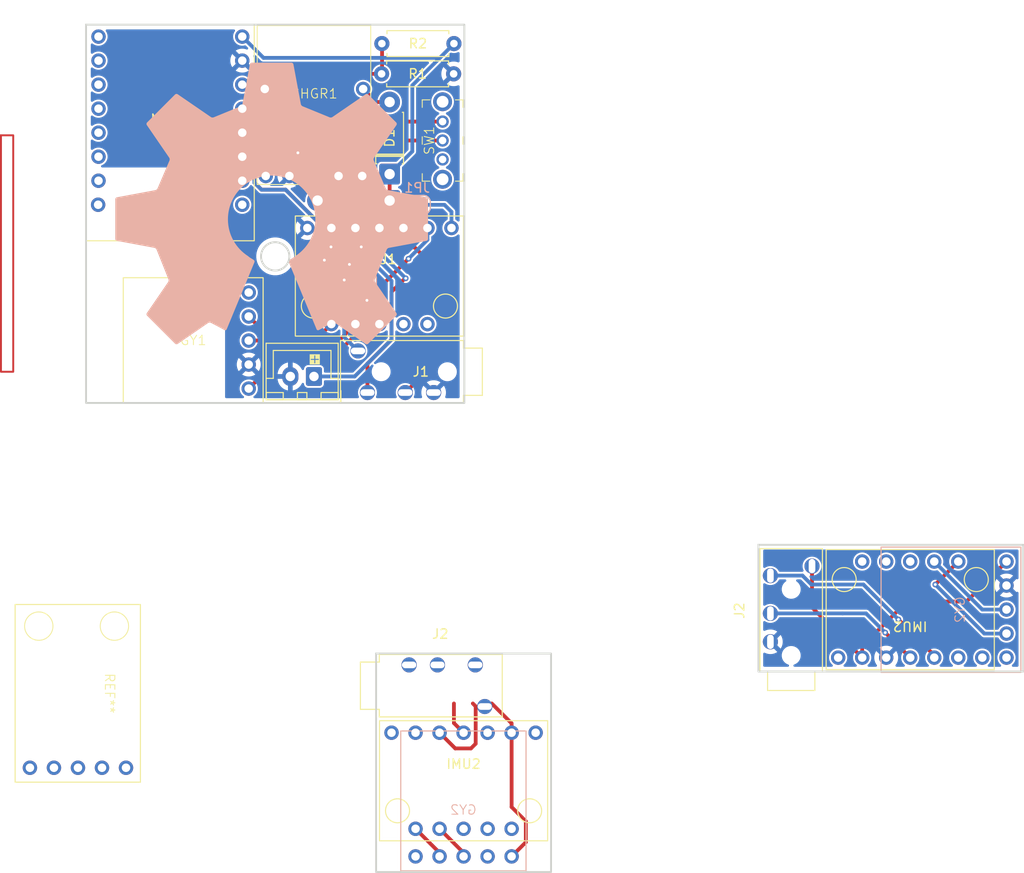
<source format=kicad_pcb>
(kicad_pcb (version 20241229) (generator "pcbnew") (generator_version "9.0")
  (layers (0 "F.Cu" signal) (2 "B.Cu" signal) (13 "F.Paste" user) (15 "B.Paste" user) (5 "F.SilkS" user "F.Silkscreen") (7 "B.SilkS" user "B.Silkscreen") (1 "F.Mask" user) (3 "B.Mask" user) (25 "Edge.Cuts" user))
  (net 0 "")
  (net 1 "SDA_1")
  (net 2 "ESP32_3V3")
  (net 3 "BATTERY_READER")
  (net 4 "ESP32_5V5")
  (net 5 "SCL_1")
  (net 6 "+BATT")
  (net 7 "GND")
  (net 9 "Net-(CHGR1-5_VIN)")
  (net 11 "Net-(D2-A)")
  (net 12 "Net-(GY1-SDA)")
  (net 14 "Net-(GY1-SCL)")
  (net 15 "Net-(GY1-VIN)")
  (net 16 "Net-(GY2-SDA)")
  (net 17 "Net-(GY2-SCL)")
  (net 20 "Net-(IMU1-VIN)")
  (footprint "My_Library:LX_LBES" (layer "F.Cu") (at 160.1 66.9 -90)
    (property "Reference" "CHGR1")
    (property "Value" "~")
  )
  (footprint "Espressif:ESP32-C3-SuperMini_PLUS" (layer "F.Cu") (at 138.896004 61.421392)
    (property "Reference" "MCU1")
    (property "Value" "~")
  )
  (footprint "My_Library:PJ-320A" (layer "F.Cu") (at 159.01 117.7)
    (property "Reference" "J2")
    (property "Value" "TRRS Connector 3.5")
  )
  (footprint "Diode_THT:D_DO-41_SOD81_P7.62mm_Horizontal" (layer "F.Cu") (at 162.1 65.8 90)
    (property "Reference" "D1")
    (property "Value" "D_1N5817 / 4.8v Zener?")
  )
  (footprint "Diode_THT:D_DO-41_SOD81_P7.62mm_Horizontal" (layer "F.Cu") (at 162.1 68.6 180)
    (property "Reference" "D2")
    (property "Value" "D_1N5817")
  )
  (footprint "My_Library:PJ-320A" (layer "F.Cu") (at 171.905 88.9 180)
    (property "Reference" "J1")
    (property "Value" "TRRS Connector 3.5")
  )
  (footprint "My_Library:SK12D07VG4" (layer "F.Cu") (at 167.7 62.25 90)
    (property "Reference" "SW1")
    (property "Value" "SW_SPDT")
  )
  (footprint "My_Library:GY-BMI160" (layer "F.Cu") (at 217.15 111.85 90)
    (property "Reference" "IMU2")
    (property "Value" "~")
  )
  (footprint "My_Library:PJ-320A" (layer "F.Cu") (at 202.365 120.405 90)
    (property "Reference" "J2")
    (property "Value" "TRRS Connector 3.5")
  )
  (footprint "Connector_JST:JST_XH_B2B-XH-A_1x02_P2.50mm_Vertical" (layer "F.Cu") (at 154.1 87.2 180)
    (property "Reference" "BT1" (hide yes))
    (property "Value" "Battery")
  )
  (footprint "My_Library:GY-271" (layer "F.Cu") (at 142.2 83.4 180)
    (property "Reference" "GY1")
    (property "Value" "~")
  )
  (footprint "My_Library:GY-BMI160" (layer "F.Cu") (at 169.92 129.95 -90)
    (property "Reference" "IMU2")
    (property "Value" "~")
  )
  (footprint "My_Library:GY-273" (layer "F.Cu") (at 129 120.6 -90)
    (property "Reference" "REF**")
    (property "Value" "GY-273")
  )
  (footprint "My_Library:GY-BMI160" (layer "F.Cu") (at 161.02 76.58 -90)
    (property "Reference" "IMU1")
    (property "Value" "~")
  )
  (footprint "Resistor_THT:R_Axial_DIN0207_L6.3mm_D2.5mm_P7.62mm_Horizontal" (layer "F.Cu") (at 168.87 55.2 180)
    (property "Reference" "R1")
    (property "Value" "200K")
  )
  (footprint "Resistor_THT:R_Axial_DIN0207_L6.3mm_D2.5mm_P7.62mm_Horizontal" (layer "F.Cu") (at 161.28 52)
    (property "Reference" "R2")
    (property "Value" "200K")
  )
  (footprint "My_Library:GY-271" (layer "B.Cu") (at 222.33 111.847078 180)
    (property "Reference" "GY2")
    (property "Value" "~")
  )
  (footprint "Jumper:SolderJumper-2_P1.3mm_Open_RoundedPad1.0x1.5mm" (layer "B.Cu") (at 165 69.05 180)
    (property "Reference" "JP1")
    (property "Value" "5v in")
  )
  (footprint "Jumper:SolderJumper-2_P1.3mm_Bridged_RoundedPad1.0x1.5mm" (layer "B.Cu") (at 159.7 77.5 -90)
    (property "Reference" "JP2")
    (property "Value" "3v3 in")
  )
  (footprint "My_Library:GY-271" (layer "B.Cu") (at 169.92 132.95 90)
    (property "Reference" "GY2")
    (property "Value" "~")
  )
  (gr_rect (start 121 61.7) (end 122.3 86.7) (stroke (width 0.2)) (fill no) (layer "F.Cu"))
  (gr_poly (pts (xy 151.723241 54.018316) (xy 151.73263 54.019015) (xy 151.741973 54.020167) (xy 151.751258 54.02176) (xy 151.76047 54.023782) (xy 151.769594 54.026222) (xy 151.778618 54.029069) (xy 151.787526 54.03231) (xy 151.796305 54.035934) (xy 151.804941 54.03993) (xy 151.821728 54.048991) (xy 151.837773 54.059401) (xy 151.852965 54.071067) (xy 151.867192 54.083898) (xy 151.880341 54.0978) (xy 151.8923 54.112683) (xy 151.897799 54.120463) (xy 151.902958 54.128453) (xy 151.907763 54.136643) (xy 151.912201 54.145019) (xy 151.916258 54.153572) (xy 151.919918 54.162288) (xy 151.92317 54.171158) (xy 151.925997 54.180169) (xy 151.928387 54.18931) (xy 151.930325 54.198569) (xy 152.712306 58.399487) (xy 152.716654 58.418114) (xy 152.722644 58.436812) (xy 152.730169 58.455458) (xy 152.739123 58.473929) (xy 152.749402 58.492102) (xy 152.7609 58.509853) (xy 152.773512 58.527059) (xy 152.787131 58.543598) (xy 152.801652 58.559346) (xy 152.81697 58.574181) (xy 152.832979 58.587978) (xy 152.849575 58.600615) (xy 152.86665 58.61197) (xy 152.8841 58.621918) (xy 152.90182 58.630336) (xy 152.919703 58.637103) (xy 155.734666 59.789582) (xy 155.752166 59.797321) (xy 155.770718 59.803783) (xy 155.790158 59.808978) (xy 155.810325 59.812919) (xy 155.831057 59.815618) (xy 155.852193 59.817088) (xy 155.87357 59.81734) (xy 155.895026 59.816386) (xy 155.9164 59.814239) (xy 155.937529 59.810911) (xy 155.958253 59.806413) (xy 155.978408 59.800759) (xy 155.997833 59.79396) (xy 156.016366 59.786028) (xy 156.033845 59.776975) (xy 156.050108 59.766814) (xy 159.558877 57.358364) (xy 159.566763 57.35321) (xy 159.574886 57.348456) (xy 159.583227 57.344102) (xy 159.591769 57.340146) (xy 159.600493 57.336586) (xy 159.609382 57.333421) (xy 159.627582 57.328268) (xy 159.646222 57.324675) (xy 159.66516 57.322628) (xy 159.684251 57.322116) (xy 159.70335 57.323126) (xy 159.722314 57.325644) (xy 159.740997 57.329658) (xy 159.759256 57.335155) (xy 159.776946 57.342123) (xy 159.793923 57.350548) (xy 159.802099 57.355304) (xy 159.810043 57.360419) (xy 159.817736 57.365892) (xy 159.82516 57.371722) (xy 159.832299 57.377906) (xy 159.839132 57.384444) (xy 162.79443 60.340155) (xy 162.800929 60.347026) (xy 162.807075 60.354199) (xy 162.812867 60.361657) (xy 162.818302 60.369381) (xy 162.823381 60.377353) (xy 162.828101 60.385555) (xy 162.832461 60.39397) (xy 162.83646 60.40258) (xy 162.840096 60.411365) (xy 162.843369 60.42031) (xy 162.848816 60.438602) (xy 162.852791 60.457312) (xy 162.855283 60.476298) (xy 162.85628 60.495414) (xy 162.855773 60.514517) (xy 162.853749 60.533465) (xy 162.850199 60.552111) (xy 162.847848 60.561277) (xy 162.845111 60.570314) (xy 162.841987 60.579205) (xy 162.838474 60.58793) (xy 162.834571 60.596472) (xy 162.830278 60.604814) (xy 162.825591 60.612937) (xy 162.820511 60.620823) (xy 160.454696 64.070394) (xy 160.444481 64.086716) (xy 160.43542 64.104219) (xy 160.427523 64.122744) (xy 160.420797 64.142133) (xy 160.415252 64.162228) (xy 160.410898 64.182871) (xy 160.407744 64.203903) (xy 160.405798 64.225166) (xy 160.40507 64.246501) (xy 160.405568 64.267751) (xy 160.407302 64.288758) (xy 160.410281 64.309362) (xy 160.414515 64.329406) (xy 160.420011 64.348732) (xy 160.42678 64.36718) (xy 160.434829 64.384594) (xy 161.679623 67.288974) (xy 161.682982 67.297892) (xy 161.686763 67.306784) (xy 161.695526 67.324439) (xy 161.705791 67.341832) (xy 161.717435 67.358856) (xy 161.730336 67.375405) (xy 161.74437 67.391372) (xy 161.759416 67.40665) (xy 161.775351 67.421132) (xy 161.792052 67.434712) (xy 161.809398 67.447283) (xy 161.827265 67.458738) (xy 161.845531 67.46897) (xy 161.864073 67.477874) (xy 161.88277 67.485341) (xy 161.892138 67.488503) (xy 161.901498 67.491266) (xy 161.910836 67.493617) (xy 161.920135 67.495541) (xy 165.980719 68.251029) (xy 165.980304 68.250614) (xy 165.989525 68.252588) (xy 165.99863 68.25501) (xy 166.007608 68.257865) (xy 166.016446 68.261141) (xy 166.025134 68.264822) (xy 166.033658 68.268897) (xy 166.042009 68.27335) (xy 166.050173 68.278169) (xy 166.058139 68.283339) (xy 166.065897 68.288847) (xy 166.073433 68.29468) (xy 166.080736 68.300823) (xy 166.087795 68.307264) (xy 166.094599 68.313988) (xy 166.101134 68.320982) (xy 166.10739 68.328233) (xy 166.113355 68.335725) (xy 166.119017 68.343447) (xy 166.124365 68.351384) (xy 166.129386 68.359522) (xy 166.13407 68.367849) (xy 166.138405 68.37635) (xy 166.142378 68.385011) (xy 166.145979 68.39382) (xy 166.149195 68.402762) (xy 166.152015 68.411824) (xy 166.154427 68.420992) (xy 166.15642 68.430252) (xy 166.157982 68.439592) (xy 166.159101 68.448996) (xy 166.159765 68.458452) (xy 166.159964 68.467946) (xy 166.159552 72.648166) (xy 166.159316 72.657588) (xy 166.158616 72.666984) (xy 166.157464 72.676339) (xy 166.155872 72.685638) (xy 166.15385 72.694868) (xy 166.151411 72.704013) (xy 166.148567 72.71306) (xy 166.145328 72.721994) (xy 166.137713 72.739466) (xy 166.128661 72.756313) (xy 166.118264 72.77242) (xy 166.106615 72.787672) (xy 166.093806 72.801954) (xy 166.079931 72.81515) (xy 166.065082 72.827146) (xy 166.057321 72.832658) (xy 166.049351 72.837826) (xy 166.041185 72.842637) (xy 166.032833 72.847075) (xy 166.024307 72.851127) (xy 166.015619 72.854778) (xy 166.006781 72.858013) (xy 165.997803 72.860819) (xy 165.988698 72.863181) (xy 165.979477 72.865083) (xy 162.018658 73.602355) (xy 162.009329 73.604282) (xy 161.999981 73.60664) (xy 161.981286 73.612592) (xy 161.96269 73.620104) (xy 161.944312 73.629068) (xy 161.926268 73.639376) (xy 161.908677 73.650919) (xy 161.891656 73.663591) (xy 161.875322 73.677282) (xy 161.859794 73.691885) (xy 161.845189 73.707293) (xy 161.831624 73.723396) (xy 161.819218 73.740088) (xy 161.808087 73.75726) (xy 161.79835 73.774805) (xy 161.790124 73.792614) (xy 161.783526 73.810579) (xy 160.547015 76.900414) (xy 160.539421 76.917982) (xy 160.533086 76.936584) (xy 160.528 76.956059) (xy 160.524149 76.976247) (xy 160.521524 76.996988) (xy 160.520112 77.018122) (xy 160.519902 77.039489) (xy 160.520882 77.060929) (xy 160.523042 77.082281) (xy 160.526368 77.103386) (xy 160.530851 77.124083) (xy 160.536477 77.144213) (xy 160.543237 77.163616) (xy 160.551117 77.18213) (xy 160.560108 77.199597) (xy 160.570196 77.215856) (xy 162.820095 80.494873) (xy 162.82525 80.502797) (xy 162.830003 80.510956) (xy 162.834357 80.51933) (xy 162.838314 80.527904) (xy 162.841873 80.536658) (xy 162.845039 80.545575) (xy 162.850191 80.563825) (xy 162.853784 80.582512) (xy 162.855831 80.601493) (xy 162.856343 80.620624) (xy 162.855333 80.639762) (xy 162.852815 80.658764) (xy 162.848801 80.677487) (xy 162.843304 80.695789) (xy 162.836336 80.713525) (xy 162.827911 80.730553) (xy 162.823155 80.738756) (xy 162.81804 80.746729) (xy 162.812567 80.754453) (xy 162.806738 80.761911) (xy 162.800553 80.769084) (xy 162.794015 80.775955) (xy 159.838302 83.731668) (xy 159.831506 83.738131) (xy 159.824403 83.744245) (xy 159.817012 83.750009) (xy 159.809349 83.755422) (xy 159.801433 83.760481) (xy 159.793283 83.765186) (xy 159.784916 83.769534) (xy 159.77635 83.773524) (xy 159.767603 83.777154) (xy 159.758694 83.780423) (xy 159.740459 83.785872) (xy 159.721791 83.789857) (xy 159.702832 83.792365) (xy 159.683728 83.793384) (xy 159.664623 83.792901) (xy 159.645661 83.790903) (xy 159.626986 83.787378) (xy 159.617802 83.785039) (xy 159.608743 83.782313) (xy 159.599829 83.779198) (xy 159.591076 83.775694) (xy 159.582504 83.771799) (xy 159.574129 83.767511) (xy 159.565971 83.762828) (xy 159.558047 83.757749) (xy 156.3374 81.546759) (xy 156.321243 81.53667) (xy 156.303926 81.527825) (xy 156.285606 81.520228) (xy 156.266444 81.513882) (xy 156.246597 81.50879) (xy 156.226226 81.504956) (xy 156.205488 81.502381) (xy 156.184543 81.501069) (xy 156.163549 81.501024) (xy 156.142666 81.502247) (xy 156.122052 81.504743) (xy 156.101866 81.508514) (xy 156.082267 81.513563) (xy 156.063414 81.519894) (xy 156.045466 81.527509) (xy 156.028581 81.536411) (xy 154.608267 82.294797) (xy 154.599767 82.298822) (xy 154.591196 82.302362) (xy 154.58257 82.305422) (xy 154.573904 82.308009) (xy 154.565212 82.310126) (xy 154.556509 82.311779) (xy 154.547809 82.312974) (xy 154.539128 82.313716) (xy 154.530481 82.314009) (xy 154.521882 82.31386) (xy 154.513345 82.313272) (xy 154.504886 82.312253) (xy 154.49652 82.310806) (xy 154.488261 82.308937) (xy 154.480124 82.306651) (xy 154.472124 82.303954) (xy 154.464276 82.300851) (xy 154.456593 82.297347) (xy 154.449092 82.293446) (xy 154.441787 82.289156) (xy 154.434693 82.284479) (xy 154.427824 82.279423) (xy 154.421196 82.273992) (xy 154.414822 82.268191) (xy 154.408718 82.262026) (xy 154.402899 82.255501) (xy 154.39738 82.248623) (xy 154.392174 82.241395) (xy 154.387298 82.233825) (xy 154.382765 82.225916) (xy 154.378591 82.217673) (xy 154.374791 82.209104) (xy 151.4464 75.130718) (xy 151.443017 75.121913) (xy 151.440081 75.112975) (xy 151.437588 75.10392) (xy 151.435532 75.094766) (xy 151.433906 75.085528) (xy 151.432707 75.076224) (xy 151.431562 75.057484) (xy 151.432051 75.038682) (xy 151.434131 75.019951) (xy 151.437756 75.001426) (xy 151.442881 74.983242) (xy 151.449461 74.965533) (xy 151.457452 74.948435) (xy 151.466808 74.932081) (xy 151.477486 74.916606) (xy 151.489439 74.902146) (xy 151.495879 74.895337) (xy 151.502623 74.888833) (xy 151.509662 74.88265) (xy 151.516993 74.876804) (xy 151.524608 74.871313) (xy 151.532504 74.866193) (xy 151.888099 74.648447) (xy 151.913667 74.632099) (xy 151.940971 74.613447) (xy 151.969497 74.592903) (xy 151.998732 74.570879) (xy 152.028161 74.547789) (xy 152.057269 74.524043) (xy 152.085543 74.500055) (xy 152.112469 74.476238) (xy 152.347769 74.315135) (xy 152.572336 74.140223) (xy 152.785556 73.95211) (xy 152.986815 73.751404) (xy 153.175501 73.538713) (xy 153.350998 73.314645) (xy 153.512694 73.079809) (xy 153.659974 72.834813) (xy 153.792226 72.580266) (xy 153.852524 72.4496) (xy 153.908835 72.316774) (xy 153.961082 72.181864) (xy 154.009188 72.044947) (xy 154.053077 71.906098) (xy 154.092671 71.765392) (xy 154.127895 71.622908) (xy 154.158671 71.478719) (xy 154.184922 71.332903) (xy 154.206573 71.185535) (xy 154.223546 71.036691) (xy 154.235764 70.886448) (xy 154.243152 70.734881) (xy 154.245631 70.582066) (xy 154.239617 70.344156) (xy 154.221767 70.109369) (xy 154.192374 69.877997) (xy 154.151726 69.650328) (xy 154.100114 69.426655) (xy 154.03783 69.207267) (xy 153.965162 68.992455) (xy 153.882403 68.782509) (xy 153.789841 68.57772) (xy 153.687769 68.378378) (xy 153.576475 68.184774) (xy 153.456252 67.997198) (xy 153.327388 67.815941) (xy 153.190175 67.641292) (xy 153.044903 67.473544) (xy 152.891862 67.312985) (xy 152.731343 67.159907) (xy 152.563637 67.014599) (xy 152.389034 66.877354) (xy 152.207824 66.748459) (xy 152.020298 66.628208) (xy 151.826746 66.516889) (xy 151.627458 66.414793) (xy 151.422726 66.322211) (xy 151.21284 66.239434) (xy 150.998089 66.16675) (xy 150.778766 66.104452) (xy 150.555159 66.05283) (xy 150.32756 66.012174) (xy 150.096259 65.982774) (xy 149.861546 65.964921) (xy 149.623712 65.958905) (xy 149.385878 65.964921) (xy 149.151165 65.982774) (xy 148.919864 66.012174) (xy 148.692265 66.05283) (xy 148.468658 66.104452) (xy 148.249334 66.16675) (xy 148.034584 66.239434) (xy 147.824697 66.322211) (xy 147.619965 66.414793) (xy 147.420678 66.516889) (xy 147.227126 66.628208) (xy 147.039599 66.748459) (xy 146.858389 66.877354) (xy 146.683786 67.014599) (xy 146.516079 67.159907) (xy 146.355561 67.312985) (xy 146.20252 67.473544) (xy 146.057248 67.641292) (xy 145.920035 67.815941) (xy 145.791171 67.997198) (xy 145.670947 68.184774) (xy 145.559654 68.378378) (xy 145.457581 68.57772) (xy 145.36502 68.782509) (xy 145.28226 68.992455) (xy 145.209593 69.207267) (xy 145.147308 69.426655) (xy 145.095696 69.650328) (xy 145.055048 69.877997) (xy 145.025655 70.109369) (xy 145.007805 70.344156) (xy 145.001791 70.582066) (xy 145.011658 70.886448) (xy 145.040849 71.185535) (xy 145.088752 71.478719) (xy 145.154751 71.765392) (xy 145.238234 72.044947) (xy 145.338587 72.316774) (xy 145.455196 72.580266) (xy 145.587448 72.834813) (xy 145.734729 73.079809) (xy 145.896424 73.314645) (xy 146.071922 73.538713) (xy 146.260607 73.751404) (xy 146.461866 73.95211) (xy 146.675086 74.140223) (xy 146.899653 74.315135) (xy 147.134953 74.476238) (xy 147.161998 74.500175) (xy 147.190334 74.524218) (xy 147.219465 74.547971) (xy 147.248897 74.571035) (xy 147.278135 74.593012) (xy 147.306684 74.613505) (xy 147.334049 74.632116) (xy 147.359736 74.648447) (xy 147.715332 74.866193) (xy 147.723264 74.871313) (xy 147.730911 74.876804) (xy 147.738269 74.88265) (xy 147.745332 74.888833) (xy 147.752095 74.895337) (xy 147.758551 74.902145) (xy 147.764697 74.90924) (xy 147.770525 74.916606) (xy 147.776032 74.924225) (xy 147.781211 74.93208) (xy 147.786058 74.940156) (xy 147.790566 74.948434) (xy 147.794731 74.956899) (xy 147.798547 74.965533) (xy 147.802009 74.974319) (xy 147.805111 74.983241) (xy 147.807848 74.992282) (xy 147.810215 75.001425) (xy 147.812205 75.010654) (xy 147.813815 75.01995) (xy 147.815038 75.029299) (xy 147.815869 75.038681) (xy 147.816303 75.048082) (xy 147.816334 75.057484) (xy 147.815956 75.06687) (xy 147.815166 75.076224) (xy 147.813956 75.085528) (xy 147.812322 75.094765) (xy 147.810259 75.10392) (xy 147.807761 75.112975) (xy 147.804822 75.121913) (xy 147.801437 75.130718) (xy 144.872633 82.208691) (xy 144.868831 82.217264) (xy 144.864654 82.225512) (xy 144.860116 82.233432) (xy 144.855232 82.241016) (xy 144.850018 82.248261) (xy 144.844489 82.255159) (xy 144.838659 82.261705) (xy 144.832543 82.267894) (xy 144.826158 82.273719) (xy 144.819516 82.279176) (xy 144.812635 82.284258) (xy 144.805527 82.288959) (xy 144.79821 82.293275) (xy 144.790697 82.297199) (xy 144.783003 82.300726) (xy 144.775145 82.30385) (xy 144.767135 82.306565) (xy 144.758991 82.308866) (xy 144.750726 82.310746) (xy 144.742355 82.312201) (xy 144.733895 82.313225) (xy 144.725359 82.313811) (xy 144.716762 82.313955) (xy 144.708121 82.31365) (xy 144.699449 82.31289) (xy 144.690761 82.311671) (xy 144.682074 82.309987) (xy 144.673401 82.307831) (xy 144.664757 82.305198) (xy 144.656159 82.302083) (xy 144.64762 82.298479) (xy 144.639156 82.294382) (xy 143.218843 81.535999) (xy 143.202031 81.527169) (xy 143.184146 81.519618) (xy 143.165346 81.513342) (xy 143.145791 81.50834) (xy 143.125639 81.504609) (xy 143.105049 81.502147) (xy 143.08418 81.500951) (xy 143.063192 81.501018) (xy 143.042242 81.502346) (xy 143.02149 81.504934) (xy 143.001094 81.508778) (xy 142.981214 81.513876) (xy 142.962008 81.520225) (xy 142.943635 81.527824) (xy 142.926254 81.536669) (xy 142.910025 81.546759) (xy 139.689376 83.757749) (xy 139.681452 83.762865) (xy 139.673294 83.767584) (xy 139.664919 83.771905) (xy 139.656347 83.775831) (xy 139.647593 83.779363) (xy 139.638678 83.782502) (xy 139.620431 83.787611) (xy 139.60175 83.791171) (xy 139.582779 83.793193) (xy 139.563661 83.79369) (xy 139.54454 83.792676) (xy 139.525559 83.790163) (xy 139.506863 83.786164) (xy 139.488595 83.780691) (xy 139.470899 83.773757) (xy 139.453919 83.765375) (xy 139.445742 83.760645) (xy 139.437797 83.755558) (xy 139.430104 83.750115) (xy 139.422679 83.744318) (xy 139.415541 83.738169) (xy 139.408707 83.731668) (xy 136.452996 80.775955) (xy 136.446496 80.769084) (xy 136.440347 80.761911) (xy 136.43455 80.754453) (xy 136.429107 80.746729) (xy 136.42402 80.738756) (xy 136.41929 80.730552) (xy 136.414919 80.722136) (xy 136.410908 80.713524) (xy 136.407259 80.704736) (xy 136.403974 80.695788) (xy 136.398501 80.677487) (xy 136.394501 80.658763) (xy 136.391988 80.639761) (xy 136.390974 80.620622) (xy 136.391472 80.601491) (xy 136.393494 80.582511) (xy 136.39508 80.573122) (xy 136.397053 80.563824) (xy 136.399413 80.554635) (xy 136.402162 80.545573) (xy 136.405302 80.536657) (xy 136.408834 80.527903) (xy 136.41276 80.51933) (xy 136.417081 80.510955) (xy 136.4218 80.502797) (xy 136.426917 80.494873) (xy 138.676817 77.21544) (xy 138.686979 77.19925) (xy 138.696032 77.181834) (xy 138.703966 77.163355) (xy 138.710769 77.143974) (xy 138.71643 77.123853) (xy 138.720936 77.103154) (xy 138.724278 77.082039) (xy 138.726442 77.06067) (xy 138.727417 77.039209) (xy 138.727193 77.017818) (xy 138.725757 76.996658) (xy 138.723098 76.975892) (xy 138.719204 76.955681) (xy 138.714064 76.936187) (xy 138.707666 76.917573) (xy 138.7 76.9) (xy 137.463485 73.810166) (xy 137.460433 73.801169) (xy 137.456952 73.792196) (xy 137.453057 73.78326) (xy 137.448764 73.774374) (xy 137.439043 73.756811) (xy 137.42791 73.739616) (xy 137.415487 73.722899) (xy 137.401895 73.70677) (xy 137.387255 73.691338) (xy 137.371688 73.676713) (xy 137.355317 73.663005) (xy 137.338261 73.650323) (xy 137.320642 73.638778) (xy 137.302582 73.62848) (xy 137.284202 73.619537) (xy 137.265623 73.612059) (xy 137.256297 73.608905) (xy 137.246966 73.606158) (xy 137.237647 73.603832) (xy 137.228353 73.601941) (xy 133.267535 72.864668) (xy 133.258314 72.86273) (xy 133.249208 72.86034) (xy 133.24023 72.857513) (xy 133.231391 72.854261) (xy 133.222703 72.8506) (xy 133.214177 72.846542) (xy 133.205825 72.842103) (xy 133.197659 72.837295) (xy 133.18969 72.832133) (xy 133.181929 72.826632) (xy 133.174388 72.820803) (xy 133.16708 72.814663) (xy 133.160015 72.808224) (xy 133.153204 72.801501) (xy 133.146661 72.794508) (xy 133.140396 72.787257) (xy 133.134421 72.779765) (xy 133.128747 72.772044) (xy 133.123386 72.764108) (xy 133.11835 72.755971) (xy 133.11365 72.747647) (xy 133.109298 72.739151) (xy 133.105305 72.730496) (xy 133.101684 72.721696) (xy 133.098445 72.712765) (xy 133.0956 72.703717) (xy 133.093161 72.694565) (xy 133.09114 72.685325) (xy 133.089547 72.676009) (xy 133.088395 72.666633) (xy 133.087696 72.657208) (xy 133.08746 72.647751) (xy 133.08746 68.467531) (xy 133.087695 68.458111) (xy 133.088391 68.448722) (xy 133.089537 68.439379) (xy 133.091123 68.430093) (xy 133.093136 68.420881) (xy 133.095565 68.411755) (xy 133.098398 68.40273) (xy 133.101626 68.39382) (xy 133.105235 68.385038) (xy 133.109215 68.376399) (xy 133.118241 68.359603) (xy 133.128613 68.343545) (xy 133.140241 68.328336) (xy 133.153033 68.314087) (xy 133.166898 68.30091) (xy 133.181745 68.288917) (xy 133.189509 68.2834) (xy 133.197484 68.27822) (xy 133.20566 68.273392) (xy 133.214024 68.268929) (xy 133.222565 68.264846) (xy 133.231273 68.261157) (xy 133.240135 68.257875) (xy 133.24914 68.255014) (xy 133.258277 68.252589) (xy 133.267535 68.250614) (xy 137.328119 67.495128) (xy 137.346824 67.490784) (xy 137.365602 67.484808) (xy 137.384331 67.477306) (xy 137.402891 67.468381) (xy 137.42116 67.45814) (xy 137.439016 67.446686) (xy 137.456338 67.434125) (xy 137.473006 67.420562) (xy 137.488898 67.406101) (xy 137.503892 67.390848) (xy 137.517867 67.374907) (xy 137.530703 67.358383) (xy 137.542277 67.341382) (xy 137.552468 67.324007) (xy 137.561156 67.306365) (xy 137.568218 67.288559) (xy 138.813012 64.384181) (xy 138.821057 64.366767) (xy 138.827814 64.348318) (xy 138.833293 64.328993) (xy 138.837507 64.308949) (xy 138.840467 64.288344) (xy 138.842184 64.267338) (xy 138.84267 64.246087) (xy 138.841937 64.224752) (xy 138.839996 64.203489) (xy 138.836859 64.182457) (xy 138.832537 64.161814) (xy 138.827041 64.141719) (xy 138.820384 64.12233) (xy 138.812576 64.103805) (xy 138.803629 64.086303) (xy 138.793555 64.069981) (xy 136.42733 60.620823) (xy 136.422177 60.612937) (xy 136.417427 60.604814) (xy 136.413078 60.596472) (xy 136.409129 60.58793) (xy 136.405578 60.579205) (xy 136.402422 60.570314) (xy 136.397292 60.552111) (xy 136.393724 60.533465) (xy 136.391704 60.514517) (xy 136.391216 60.495414) (xy 136.392247 60.476298) (xy 136.394782 60.457312) (xy 136.398806 60.438602) (xy 136.404304 60.42031) (xy 136.411263 60.40258) (xy 136.419668 60.385555) (xy 136.424408 60.377353) (xy 136.429504 60.369381) (xy 136.434954 60.361657) (xy 136.440756 60.354199) (xy 136.446909 60.347026) (xy 136.45341 60.340155) (xy 139.408707 57.384444) (xy 139.415541 57.377944) (xy 139.422679 57.371794) (xy 139.430104 57.365997) (xy 139.437797 57.360554) (xy 139.445742 57.355467) (xy 139.453919 57.350737) (xy 139.462311 57.346366) (xy 139.470899 57.342355) (xy 139.479667 57.338706) (xy 139.488595 57.335421) (xy 139.506863 57.329948) (xy 139.525559 57.325949) (xy 139.54454 57.323436) (xy 139.563661 57.322421) (xy 139.582779 57.322919) (xy 139.60175 57.324941) (xy 139.611136 57.326528) (xy 139.620431 57.3285) (xy 139.629618 57.33086) (xy 139.638678 57.33361) (xy 139.647593 57.336749) (xy 139.656347 57.340281) (xy 139.664919 57.344207) (xy 139.673294 57.348529) (xy 139.681452 57.353247) (xy 139.689376 57.358364) (xy 143.198144 59.766813) (xy 143.214335 59.77697) (xy 143.231751 59.78601) (xy 143.25023 59.793923) (xy 143.269612 59.8007) (xy 143.289733 59.806329) (xy 143.310432 59.810801) (xy 143.331547 59.814105) (xy 143.352916 59.81623) (xy 143.374377 59.817167) (xy 143.395768 59.816905) (xy 143.416928 59.815434) (xy 143.437694 59.812744) (xy 143.457905 59.808824) (xy 143.477398 59.803663) (xy 143.496012 59.797253) (xy 143.513585 59.789581) (xy 146.328962 58.637102) (xy 146.337918 58.633933) (xy 146.346845 58.630336) (xy 146.355732 58.626326) (xy 146.364565 58.621917) (xy 146.382015 58.611969) (xy 146.39909 58.600615) (xy 146.415686 58.587978) (xy 146.431695 58.57418) (xy 146.447013 58.559346) (xy 146.461534 58.543598) (xy 146.475154 58.527059) (xy 146.487765 58.509852) (xy 146.499263 58.492101) (xy 146.509542 58.473929) (xy 146.518497 58.455458) (xy 146.526022 58.436812) (xy 146.532011 58.418114) (xy 146.534397 58.408783) (xy 146.53636 58.399486) (xy 147.317926 54.198155) (xy 147.319864 54.188933) (xy 147.322254 54.179828) (xy 147.325081 54.17085) (xy 147.328332 54.162011) (xy 147.331993 54.153323) (xy 147.336049 54.144797) (xy 147.340487 54.136445) (xy 147.345292 54.128279) (xy 147.350451 54.120309) (xy 147.35595 54.112548) (xy 147.361774 54.105008) (xy 147.367909 54.097699) (xy 147.374342 54.090634) (xy 147.381058 54.083824) (xy 147.388044 54.077281) (xy 147.395285 54.071016) (xy 147.402767 54.06504) (xy 147.410477 54.059366) (xy 147.4184 54.054006) (xy 147.426522 54.04897) (xy 147.43483 54.04427) (xy 147.443308 54.039918) (xy 147.451944 54.035925) (xy 147.460724 54.032303) (xy 147.469632 54.029064) (xy 147.478656 54.02622) (xy 147.48778 54.023781) (xy 147.496992 54.021759) (xy 147.506277 54.020167) (xy 147.515621 54.019015) (xy 147.52501 54.018316) (xy 147.53443 54.01808) (xy 151.713821 54.01808)) (fill yes) (layer "B.SilkS"))
  (gr_rect (start 201.1 105) (end 229.1 118.4) (stroke (width 0.2)) (fill no) (layer "Edge.Cuts"))
  (gr_rect (start 160.67 116.5) (end 179.17 139.6) (stroke (width 0.2)) (fill no) (layer "Edge.Cuts"))
  (gr_rect (start 130 50) (end 170 90) (stroke (width 0.2)) (fill no) (layer "Edge.Cuts"))
  (gr_circle (center 150 74.5) (end 151.5 74.5) (stroke (width 0.2)) (fill no) (layer "Edge.Cuts"))
  (gr_text "+" (at 153.5 85.9 0) (layer "F.SilkS" knockout) (effects (font (size 1 1) (thickness 0.1)) (justify left bottom)))
  (segment (start 170.9 121.78) (end 171.2 122.08) (width 0.4) (layer "F.Cu") (net 1))
  (segment (start 152.4 63.55) (end 150.271392 61.421392) (width 0.4) (layer "F.Cu") (net 1))
  (segment (start 162.3 78.25) (end 162.3 83.3) (width 0.4) (layer "F.Cu") (net 1))
  (segment (start 169.04 126.53) (end 167.38 124.87) (width 0.4) (layer "F.Cu") (net 1))
  (segment (start 162.3 83.3) (end 159.755 85.845) (width 0.4) (layer "F.Cu") (net 1))
  (segment (start 215.9 112.9) (end 219.69 116.69) (width 0.4) (layer "F.Cu") (net 1))
  (segment (start 170.7 126.53) (end 169.04 126.53) (width 0.4) (layer "F.Cu") (net 1))
  (segment (start 163.7 76.85) (end 162.3 78.25) (width 0.4) (layer "F.Cu") (net 1))
  (segment (start 159.755 85.845) (end 159.755 88.9) (width 0.4) (layer "F.Cu") (net 1))
  (segment (start 150.271392 61.421392) (end 146.516004 61.421392) (width 0.4) (layer "F.Cu") (net 1))
  (segment (start 171.2 126.03) (end 170.7 126.53) (width 0.4) (layer "F.Cu") (net 1))
  (segment (start 163.8 76.82) (end 163.77 76.85) (width 0.4) (layer "F.Cu") (net 1))
  (segment (start 171.2 122.08) (end 171.2 126.03) (width 0.4) (layer "F.Cu") (net 1))
  (segment (start 163.77 76.85) (end 163.7 76.85) (width 0.4) (layer "F.Cu") (net 1))
  (via (at 215.9 112.9) (size 0.6) (drill 0.3) (layers "F.Cu" "B.Cu") (net 1))
  (via (at 163.8 76.82) (size 0.6) (drill 0.3) (layers "F.Cu" "B.Cu") (net 1))
  (via (at 152.4 63.55) (size 0.6) (drill 0.3) (layers "F.Cu" "B.Cu") (net 1))
  (segment (start 158.48 69.63) (end 158.48 71.5) (width 0.4) (layer "B.Cu") (net 1))
  (segment (start 212.7 109.7) (end 214.6 111.6) (width 0.4) (layer "B.Cu") (net 1))
  (segment (start 159.3 88.9) (end 159.755 88.9) (width 0.2) (layer "B.Cu") (net 1))
  (segment (start 214.6 111.6) (end 215.9 112.9) (width 0.4) (layer "B.Cu") (net 1))
  (segment (start 219.69 116.69) (end 219.69 116.93) (width 0.4) (layer "B.Cu") (net 1))
  (segment (start 202.365 108.255) (end 205.755 108.255) (width 0.4) (layer "B.Cu") (net 1))
  (segment (start 212.2 109.2) (end 212.7 109.7) (width 0.4) (layer "B.Cu") (net 1))
  (segment (start 205.755 108.255) (end 206.7 109.2) (width 0.4) (layer "B.Cu") (net 1))
  (segment (start 206.7 109.2) (end 212.2 109.2) (width 0.4) (layer "B.Cu") (net 1))
  (segment (start 163.8 76.82) (end 158.48 71.5) (width 0.4) (layer "B.Cu") (net 1))
  (segment (start 152.4 63.55) (end 158.48 69.63) (width 0.4) (layer "B.Cu") (net 1))
  (segment (start 212.07 116.93) (end 212.07 115.73) (width 0.4) (layer "F.Cu") (net 2))
  (segment (start 206.765 107.255) (end 206.765 111.625) (width 0.4) (layer "F.Cu") (net 2))
  (segment (start 216.8 111) (end 223.097078 111) (width 0.4) (layer "F.Cu") (net 2))
  (segment (start 175 124.87) (end 175 132.73) (width 0.4) (layer "F.Cu") (net 2))
  (segment (start 175 124.87) (end 175 123.88) (width 0.4) (layer "F.Cu") (net 2))
  (segment (start 223.097078 111) (end 227.33 106.767078) (width 0.4) (layer "F.Cu") (net 2))
  (segment (start 212.07 115.73) (end 216.8 111) (width 0.4) (layer "F.Cu") (net 2))
  (segment (start 157.3 77) (end 155.2 74.9) (width 0.4) (layer "F.Cu") (net 2))
  (segment (start 175 132.73) (end 176.5 134.23) (width 0.4) (layer "F.Cu") (net 2))
  (segment (start 175 123.88) (end 172.9 121.78) (width 0.4) (layer "F.Cu") (net 2))
  (segment (start 176.5 134.23) (end 176.5 136.45) (width 0.4) (layer "F.Cu") (net 2))
  (segment (start 206.765 111.625) (end 212.07 116.93) (width 0.4) (layer "F.Cu") (net 2))
  (segment (start 176.5 136.45) (end 175 137.95) (width 0.4) (layer "F.Cu") (net 2))
  (via (at 155.2 74.9) (size 0.6) (drill 0.3) (layers "F.Cu" "B.Cu") (net 2))
  (via (at 157.3 77) (size 0.6) (drill 0.3) (layers "F.Cu" "B.Cu") (net 2))
  (segment (start 147.8 66.7) (end 148.55 67.45) (width 0.4) (layer "B.Cu") (net 2))
  (segment (start 148.55 67.45) (end 151.1 67.45) (width 0.4) (layer "B.Cu") (net 2))
  (segment (start 159.55 77) (end 159.7 76.85) (width 0.4) (layer "B.Cu") (net 2))
  (segment (start 146.516004 56.341392) (end 147.8 57.625388) (width 0.4) (layer "B.Cu") (net 2))
  (segment (start 157.3 83.045) (end 158.755 84.5) (width 0.4) (layer "B.Cu") (net 2))
  (segment (start 159.7 76.85) (end 159.7 77.1) (width 0.4) (layer "B.Cu") (net 2))
  (segment (start 151.1 67.45) (end 154.7 71.05) (width 0.4) (layer "B.Cu") (net 2))
  (segment (start 157.3 77) (end 157.3 83.045) (width 0.4) (layer "B.Cu") (net 2))
  (segment (start 147.8 57.625388) (end 147.8 66.7) (width 0.4) (layer "B.Cu") (net 2))
  (segment (start 154.7 74.4) (end 155.2 74.9) (width 0.4) (layer "B.Cu") (net 2))
  (segment (start 157.3 77) (end 159.55 77) (width 0.4) (layer "B.Cu") (net 2))
  (segment (start 154.7 71.05) (end 154.7 74.4) (width 0.4) (layer "B.Cu") (net 2))
  (segment (start 150.868608 58.881392) (end 146.516004 58.881392) (width 0.4) (layer "F.Cu") (net 3))
  (segment (start 161.3 52) (end 161.3 55.15) (width 0.4) (layer "F.Cu") (net 3))
  (segment (start 161.25 55.2) (end 154.55 55.2) (width 0.4) (layer "F.Cu") (net 3))
  (segment (start 161.3 55.15) (end 161.25 55.2) (width 0.4) (layer "F.Cu") (net 3))
  (segment (start 154.55 55.2) (end 150.868608 58.881392) (width 0.4) (layer "F.Cu") (net 3))
  (segment (start 162.1 68.6) (end 162.1 65.8) (width 0.4) (layer "F.Cu") (net 4))
  (segment (start 164.5 63.4) (end 164.5 56.42) (width 0.4) (layer "B.Cu") (net 4))
  (segment (start 168.9 52.02) (end 168.9 52) (width 0.4) (layer "B.Cu") (net 4))
  (segment (start 167.41 53.51) (end 168.9 52.02) (width 0.4) (layer "B.Cu") (net 4))
  (segment (start 163.9 68.6) (end 164.35 69.05) (width 0.4) (layer "B.Cu") (net 4))
  (segment (start 162.1 65.8) (end 164.5 63.4) (width 0.4) (layer "B.Cu") (net 4))
  (segment (start 148.764612 53.51) (end 167.41 53.51) (width 0.4) (layer "B.Cu") (net 4))
  (segment (start 164.5 56.42) (end 167.41 53.51) (width 0.4) (layer "B.Cu") (net 4))
  (segment (start 146.516004 51.261392) (end 148.764612 53.51) (width 0.4) (layer "B.Cu") (net 4))
  (segment (start 162.1 68.6) (end 163.9 68.6) (width 0.4) (layer "B.Cu") (net 4))
  (segment (start 164.85 87.805) (end 163.755 88.9) (width 0.4) (layer "F.Cu") (net 5))
  (segment (start 151.1 67.45) (end 148.55 67.45) (width 0.4) (layer "F.Cu") (net 5))
  (segment (start 155.3 73.5) (end 154.7 72.9) (width 0.4) (layer "F.Cu") (net 5))
  (segment (start 164.85 80.65) (end 164.85 87.805) (width 0.4) (layer "F.Cu") (net 5))
  (segment (start 148.55 67.45) (end 147.8 66.7) (width 0.4) (layer "F.Cu") (net 5))
  (segment (start 155.9 73.5) (end 155.3 73.5) (width 0.4) (layer "F.Cu") (net 5))
  (segment (start 163.07 73.55) (end 164.75 73.55) (width 0.4) (layer "F.Cu") (net 5))
  (segment (start 154.7 72.9) (end 154.7 71.05) (width 0.4) (layer "F.Cu") (net 5))
  (segment (start 168.9 123.85) (end 169.92 124.87) (width 0.4) (layer "F.Cu") (net 5))
  (segment (start 165.7 79.8) (end 164.85 80.65) (width 0.4) (layer "F.Cu") (net 5))
  (segment (start 147.8 66.7) (end 147.8 65.245388) (width 0.4) (layer "F.Cu") (net 5))
  (segment (start 159.1 73.5) (end 159.1 73.42) (width 0.4) (layer "F.Cu") (net 5))
  (segment (start 159.1 73.42) (end 161.02 71.5) (width 0.4) (layer "F.Cu") (net 5))
  (segment (start 168.9 121.78) (end 168.9 123.85) (width 0.4) (layer "F.Cu") (net 5))
  (segment (start 165.7 74.5) (end 165.7 79.8) (width 0.4) (layer "F.Cu") (net 5))
  (segment (start 154.7 71.05) (end 151.1 67.45) (width 0.4) (layer "F.Cu") (net 5))
  (segment (start 164.75 73.55) (end 165.7 74.5) (width 0.4) (layer "F.Cu") (net 5))
  (segment (start 147.8 65.245388) (end 146.516004 63.961392) (width 0.4) (layer "F.Cu") (net 5))
  (segment (start 214.504975 114.284975) (end 217.15 116.93) (width 0.4) (layer "F.Cu") (net 5))
  (segment (start 161.02 71.5) (end 163.07 73.55) (width 0.4) (layer "F.Cu") (net 5))
  (via (at 214.504975 114.284975) (size 0.6) (drill 0.3) (layers "F.Cu" "B.Cu") (net 5))
  (via (at 155.9 73.5) (size 0.6) (drill 0.3) (layers "F.Cu" "B.Cu") (net 5))
  (via (at 159.1 73.5) (size 0.6) (drill 0.3) (layers "F.Cu" "B.Cu") (net 5))
  (segment (start 214.504975 114.284975) (end 212.475 112.255) (width 0.4) (layer "B.Cu") (net 5))
  (segment (start 210 112.255) (end 212.4 112.255) (width 0.4) (layer "B.Cu") (net 5))
  (segment (start 155.9 73.5) (end 159.1 73.5) (width 0.4) (layer "B.Cu") (net 5))
  (segment (start 202.365 112.255) (end 210 112.255) (width 0.4) (layer "B.Cu") (net 5))
  (segment (start 212.475 112.255) (end 212.4 112.255) (width 0.4) (layer "B.Cu") (net 5))
  (segment (start 157.103 74.603) (end 157.103 66.403) (width 0.4) (layer "F.Cu") (net 6))
  (segment (start 157.103 66.403) (end 156.7 66) (width 0.4) (layer "F.Cu") (net 6))
  (segment (start 160.45 62.25) (end 167.7 62.25) (width 0.4) (layer "F.Cu") (net 6))
  (segment (start 157.85 75.35) (end 157.103 74.603) (width 0.4) (layer "F.Cu") (net 6))
  (segment (start 156.7 66) (end 160.45 62.25) (width 0.4) (layer "F.Cu") (net 6))
  (via (at 157.85 75.35) (size 0.6) (drill 0.3) (layers "F.Cu" "B.Cu") (net 6))
  (segment (start 160.55 75.35) (end 162.3 77.1) (width 0.4) (layer "B.Cu") (net 6))
  (segment (start 157.85 75.35) (end 160.55 75.35) (width 0.4) (layer "B.Cu") (net 6))
  (segment (start 162.3 77.1) (end 162.3 83.3) (width 0.4) (layer "B.Cu") (net 6))
  (segment (start 162.3 83.3) (end 158.4 87.2) (width 0.4) (layer "B.Cu") (net 6))
  (segment (start 158.4 87.2) (end 154.1 87.2) (width 0.4) (layer "B.Cu") (net 6))
  (segment (start 160.68 58.18) (end 162.1 58.18) (width 0.4) (layer "F.Cu") (net 9))
  (segment (start 159.3 56.8) (end 160.68 58.18) (width 0.4) (layer "F.Cu") (net 9))
  (segment (start 154.48 66.575269) (end 160.805269 60.25) (width 0.4) (layer "F.Cu") (net 11))
  (segment (start 154.48 68.6) (end 154.48 66.575269) (width 0.4) (layer "F.Cu") (net 11))
  (segment (start 160.805269 60.25) (end 167.7 60.25) (width 0.4) (layer "F.Cu") (net 11))
  (segment (start 147.2 80.86) (end 148.940999 82.600999) (width 0.4) (layer "F.Cu") (net 12))
  (segment (start 148.940999 82.600999) (end 154.999001 82.600999) (width 0.4) (layer "F.Cu") (net 12))
  (segment (start 154.999001 82.600999) (end 155.94 81.66) (width 0.4) (layer "F.Cu") (net 12))
  (segment (start 156.74 83.4) (end 158.48 81.66) (width 0.4) (layer "F.Cu") (net 14))
  (segment (start 147.2 83.4) (end 156.74 83.4) (width 0.4) (layer "F.Cu") (net 14))
  (segment (start 159.7 79.15) (end 159.7 82.2) (width 0.4) (layer "F.Cu") (net 15))
  (segment (start 159.7 79.15) (end 164.1 74.75) (width 0.4) (layer "F.Cu") (net 15))
  (segment (start 158.8 83.1) (end 158.2 83.1) (width 0.4) (layer "F.Cu") (net 15))
  (segment (start 158.2 83.1) (end 157.1 84.2) (width 0.4) (layer "F.Cu") (net 15))
  (segment (start 151.48 84.2) (end 147.2 88.48) (width 0.4) (layer "F.Cu") (net 15))
  (segment (start 159.7 82.2) (end 158.8 83.1) (width 0.4) (layer "F.Cu") (net 15))
  (segment (start 157.1 84.2) (end 151.48 84.2) (width 0.4) (layer "F.Cu") (net 15))
  (via (at 164.1 74.75) (size 0.6) (drill 0.3) (layers "F.Cu" "B.Cu") (net 15))
  (via (at 159.7 79.15) (size 0.6) (drill 0.3) (layers "F.Cu" "B.Cu") (net 15))
  (segment (start 164.1 74.75) (end 166.1 72.75) (width 0.4) (layer "B.Cu") (net 15))
  (segment (start 166.1 72.75) (end 166.1 71.5) (width 0.4) (layer "B.Cu") (net 15))
  (segment (start 159.7 79.15) (end 159.7 78.4) (width 0.4) (layer "B.Cu") (net 15))
  (segment (start 167.38 137.57) (end 164.84 135.03) (width 0.4) (layer "F.Cu") (net 16))
  (segment (start 219.8 109.2) (end 222.23 106.77) (width 0.4) (layer "F.Cu") (net 16))
  (segment (start 167.38 137.95) (end 167.38 137.57) (width 0.4) (layer "F.Cu") (net 16))
  (via (at 219.8 109.2) (size 0.6) (drill 0.3) (layers "F.Cu" "B.Cu") (net 16))
  (segment (start 227.33 114.387078) (end 224.987078 114.387078) (width 0.4) (layer "B.Cu") (net 16))
  (segment (start 224.987078 114.387078) (end 219.8 109.2) (width 0.4) (layer "B.Cu") (net 16))
  (segment (start 169.92 137.57) (end 167.38 135.03) (width 0.4) (layer "F.Cu") (net 17))
  (segment (start 169.92 137.95) (end 169.92 137.57) (width 0.4) (layer "F.Cu") (net 17))
  (segment (start 227.33 111.847078) (end 224.767078 111.847078) (width 0.4) (layer "B.Cu") (net 17))
  (segment (start 224.767078 111.847078) (end 219.69 106.77) (width 0.4) (layer "B.Cu") (net 17))
  (segment (start 168.64 69.79) (end 168.64 71.5) (width 0.4) (layer "B.Cu") (net 20))
  (segment (start 167.9 69.05) (end 168.64 69.79) (width 0.4) (layer "B.Cu") (net 20))
  (segment (start 165.5 69.05) (end 167.9 69.05) (width 0.4) (layer "B.Cu") (net 20))
  (zone (net 7) (net_name "GND") (layer "B.Cu") (priority 1) (connect_pads (clearance 0)) (min_thickness 0.25) (fill yes (thermal_gap 0.5) (thermal_bridge_width 0.5))
    (polygon (pts (xy 229.07 118.37) (xy 201.07 118.37) (xy 201.07 104.97) (xy 229.07 104.97)))
  )
  (zone (net 7) (net_name "GND") (layer "B.Cu") (connect_pads (clearance 0)) (min_thickness 0.25) (fill yes (thermal_gap 0.5) (thermal_bridge_width 0.5))
    (polygon (pts (xy 130 50) (xy 130 90) (xy 170 90) (xy 170 50)))
  )
  (zone (net 0) (net_name "") (layers "B.Cu" "Edge.Cuts") (connect_pads (clearance 0)) (min_thickness 0.25)
    (keepout (tracks not_allowed) (vias not_allowed) (pads not_allowed) (copperpour not_allowed) (footprints allowed))
    (fill (thermal_gap 0.5) (thermal_bridge_width 0.5))
    (polygon (pts (xy 130 65.1) (xy 144.7 65.1) (xy 144.7 90.11214) (xy 130 90.010057)))
  )
)
</source>
